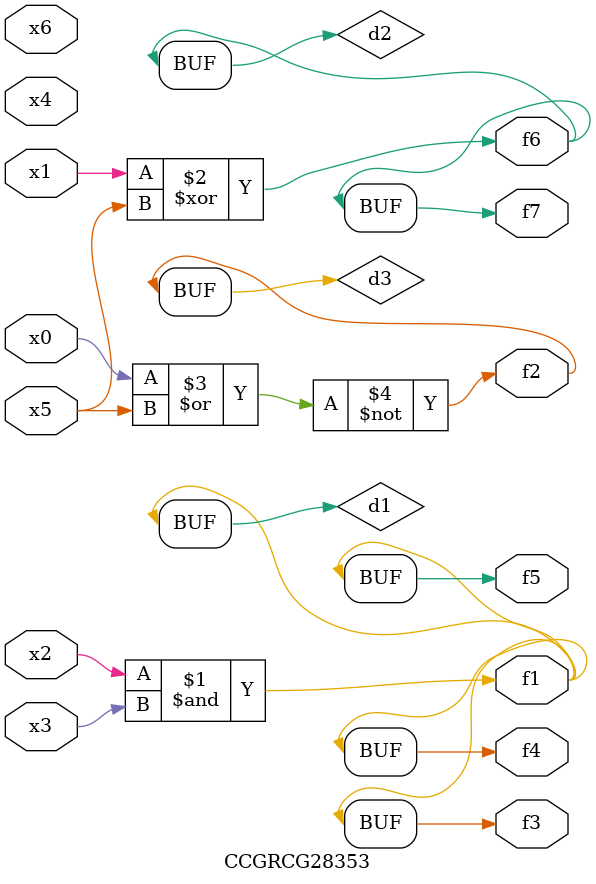
<source format=v>
module CCGRCG28353(
	input x0, x1, x2, x3, x4, x5, x6,
	output f1, f2, f3, f4, f5, f6, f7
);

	wire d1, d2, d3;

	and (d1, x2, x3);
	xor (d2, x1, x5);
	nor (d3, x0, x5);
	assign f1 = d1;
	assign f2 = d3;
	assign f3 = d1;
	assign f4 = d1;
	assign f5 = d1;
	assign f6 = d2;
	assign f7 = d2;
endmodule

</source>
